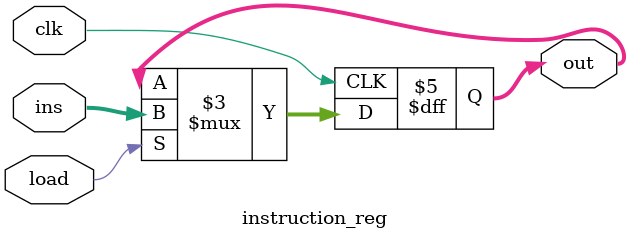
<source format=v>
`timescale 1ns / 1ps
module instruction_reg(ins, load, clk, out  
    );
	 input [15:0] ins;
	 input load, clk;
	 output reg [15:0] out;
	 
	 always @(posedge clk) begin
	 if (load)
		out = ins;
	end
endmodule
	
		




</source>
